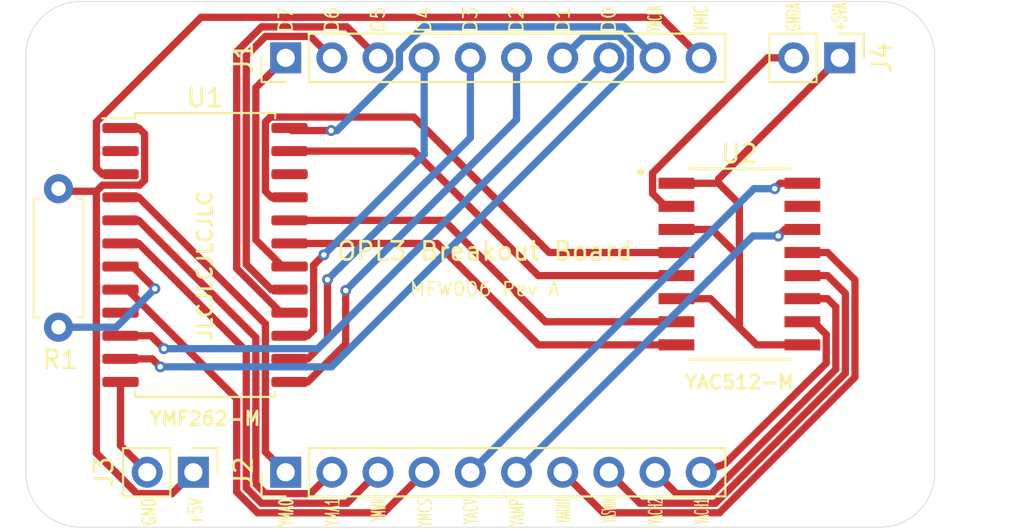
<source format=kicad_pcb>
(kicad_pcb (version 20171130) (host pcbnew "(5.1.7-0-10_14)")

  (general
    (thickness 1.6002)
    (drawings 36)
    (tracks 173)
    (zones 0)
    (modules 7)
    (nets 30)
  )

  (page USLetter)
  (title_block
    (rev 1)
  )

  (layers
    (0 Front signal)
    (1 In1.Cu signal)
    (2 In2.Cu signal)
    (31 Back signal)
    (34 B.Paste user)
    (35 F.Paste user)
    (36 B.SilkS user)
    (37 F.SilkS user)
    (38 B.Mask user)
    (39 F.Mask user)
    (44 Edge.Cuts user)
    (45 Margin user)
    (46 B.CrtYd user)
    (47 F.CrtYd user)
    (49 F.Fab user)
  )

  (setup
    (last_trace_width 0.4)
    (user_trace_width 0.15)
    (user_trace_width 0.2)
    (user_trace_width 0.4)
    (user_trace_width 0.6)
    (trace_clearance 0.127)
    (zone_clearance 0.508)
    (zone_45_only no)
    (trace_min 0.127)
    (via_size 0.6)
    (via_drill 0.3)
    (via_min_size 0.6)
    (via_min_drill 0.3)
    (user_via 0.6 0.3)
    (user_via 0.9 0.4)
    (uvia_size 0.6858)
    (uvia_drill 0.3302)
    (uvias_allowed no)
    (uvia_min_size 0)
    (uvia_min_drill 0)
    (edge_width 0.0381)
    (segment_width 0.254)
    (pcb_text_width 0.3048)
    (pcb_text_size 1.524 1.524)
    (mod_edge_width 0.1524)
    (mod_text_size 0.8128 0.8128)
    (mod_text_width 0.1524)
    (pad_size 1.524 1.524)
    (pad_drill 0.762)
    (pad_to_mask_clearance 0)
    (solder_mask_min_width 0.12)
    (aux_axis_origin 0 0)
    (visible_elements FFFFFF7F)
    (pcbplotparams
      (layerselection 0x010fc_ffffffff)
      (usegerberextensions false)
      (usegerberattributes false)
      (usegerberadvancedattributes false)
      (creategerberjobfile false)
      (excludeedgelayer true)
      (linewidth 0.152400)
      (plotframeref false)
      (viasonmask false)
      (mode 1)
      (useauxorigin false)
      (hpglpennumber 1)
      (hpglpenspeed 20)
      (hpglpendiameter 15.000000)
      (psnegative false)
      (psa4output false)
      (plotreference true)
      (plotvalue false)
      (plotinvisibletext false)
      (padsonsilk false)
      (subtractmaskfromsilk true)
      (outputformat 1)
      (mirror false)
      (drillshape 0)
      (scaleselection 1)
      (outputdirectory "./gerbers"))
  )

  (net 0 "")
  (net 1 "Net-(U1-Pad23)")
  (net 2 "Net-(U1-Pad21)")
  (net 3 "Net-(U1-Pad20)")
  (net 4 "Net-(U1-Pad19)")
  (net 5 /YM_CLK)
  (net 6 /D7)
  (net 7 /D6)
  (net 8 /D5)
  (net 9 /D4)
  (net 10 /D3)
  (net 11 /D2)
  (net 12 GND)
  (net 13 /D1)
  (net 14 /D0)
  (net 15 /YM_CS)
  (net 16 "Net-(R1-Pad2)")
  (net 17 /YM_WR)
  (net 18 /YM_A1)
  (net 19 /YM_A0)
  (net 20 /YM_IC)
  (net 21 +5V)
  (net 22 /YA_CV)
  (net 23 /YA_MP)
  (net 24 /YA_AOUT)
  (net 25 /YA_SWIN)
  (net 26 /YA_CH2)
  (net 27 /YA_CH1)
  (net 28 +5VA)
  (net 29 GNDA)

  (net_class Default "This is the default net class."
    (clearance 0.127)
    (trace_width 0.127)
    (via_dia 0.6)
    (via_drill 0.3)
    (uvia_dia 0.6858)
    (uvia_drill 0.3302)
    (diff_pair_width 0.1524)
    (diff_pair_gap 0.254)
    (add_net +5V)
    (add_net +5VA)
    (add_net /D0)
    (add_net /D1)
    (add_net /D2)
    (add_net /D3)
    (add_net /D4)
    (add_net /D5)
    (add_net /D6)
    (add_net /D7)
    (add_net /YA_AOUT)
    (add_net /YA_CH1)
    (add_net /YA_CH2)
    (add_net /YA_CV)
    (add_net /YA_MP)
    (add_net /YA_SWIN)
    (add_net /YM_A0)
    (add_net /YM_A1)
    (add_net /YM_CLK)
    (add_net /YM_CS)
    (add_net /YM_IC)
    (add_net /YM_WR)
    (add_net GND)
    (add_net GNDA)
    (add_net "Net-(R1-Pad2)")
    (add_net "Net-(U1-Pad19)")
    (add_net "Net-(U1-Pad2)")
    (add_net "Net-(U1-Pad20)")
    (add_net "Net-(U1-Pad21)")
    (add_net "Net-(U1-Pad22)")
    (add_net "Net-(U1-Pad23)")
    (add_net "Net-(U1-Pad9)")
    (add_net "Net-(U2-Pad15)")
  )

  (module Resistor_THT:R_Axial_DIN0207_L6.3mm_D2.5mm_P7.62mm_Horizontal (layer Front) (tedit 5AE5139B) (tstamp 5FE257B1)
    (at 132.8 93.6 270)
    (descr "Resistor, Axial_DIN0207 series, Axial, Horizontal, pin pitch=7.62mm, 0.25W = 1/4W, length*diameter=6.3*2.5mm^2, http://cdn-reichelt.de/documents/datenblatt/B400/1_4W%23YAG.pdf")
    (tags "Resistor Axial_DIN0207 series Axial Horizontal pin pitch 7.62mm 0.25W = 1/4W length 6.3mm diameter 2.5mm")
    (path /5FE78DAD)
    (fp_text reference R1 (at 9.4 -0.1 180) (layer F.SilkS)
      (effects (font (size 1 1) (thickness 0.15)))
    )
    (fp_text value 10K (at 3.81 2.37 90) (layer F.Fab)
      (effects (font (size 1 1) (thickness 0.15)))
    )
    (fp_text user %R (at 3.81 0 90) (layer F.Fab)
      (effects (font (size 1 1) (thickness 0.15)))
    )
    (fp_line (start 0.66 -1.25) (end 0.66 1.25) (layer F.Fab) (width 0.1))
    (fp_line (start 0.66 1.25) (end 6.96 1.25) (layer F.Fab) (width 0.1))
    (fp_line (start 6.96 1.25) (end 6.96 -1.25) (layer F.Fab) (width 0.1))
    (fp_line (start 6.96 -1.25) (end 0.66 -1.25) (layer F.Fab) (width 0.1))
    (fp_line (start 0 0) (end 0.66 0) (layer F.Fab) (width 0.1))
    (fp_line (start 7.62 0) (end 6.96 0) (layer F.Fab) (width 0.1))
    (fp_line (start 0.54 -1.04) (end 0.54 -1.37) (layer F.SilkS) (width 0.12))
    (fp_line (start 0.54 -1.37) (end 7.08 -1.37) (layer F.SilkS) (width 0.12))
    (fp_line (start 7.08 -1.37) (end 7.08 -1.04) (layer F.SilkS) (width 0.12))
    (fp_line (start 0.54 1.04) (end 0.54 1.37) (layer F.SilkS) (width 0.12))
    (fp_line (start 0.54 1.37) (end 7.08 1.37) (layer F.SilkS) (width 0.12))
    (fp_line (start 7.08 1.37) (end 7.08 1.04) (layer F.SilkS) (width 0.12))
    (fp_line (start -1.05 -1.5) (end -1.05 1.5) (layer F.CrtYd) (width 0.05))
    (fp_line (start -1.05 1.5) (end 8.67 1.5) (layer F.CrtYd) (width 0.05))
    (fp_line (start 8.67 1.5) (end 8.67 -1.5) (layer F.CrtYd) (width 0.05))
    (fp_line (start 8.67 -1.5) (end -1.05 -1.5) (layer F.CrtYd) (width 0.05))
    (pad 2 thru_hole oval (at 7.62 0 270) (size 1.6 1.6) (drill 0.8) (layers *.Cu *.Mask)
      (net 16 "Net-(R1-Pad2)"))
    (pad 1 thru_hole circle (at 0 0 270) (size 1.6 1.6) (drill 0.8) (layers *.Cu *.Mask)
      (net 21 +5V))
    (model ${KISYS3DMOD}/Resistor_THT.3dshapes/R_Axial_DIN0207_L6.3mm_D2.5mm_P7.62mm_Horizontal.wrl
      (at (xyz 0 0 0))
      (scale (xyz 1 1 1))
      (rotate (xyz 0 0 0))
    )
  )

  (module Connector_PinHeader_2.54mm:PinHeader_1x02_P2.54mm_Vertical (layer Front) (tedit 59FED5CC) (tstamp 5FE24A6F)
    (at 175.78 86.4 270)
    (descr "Through hole straight pin header, 1x02, 2.54mm pitch, single row")
    (tags "Through hole pin header THT 1x02 2.54mm single row")
    (path /5FF15C58)
    (fp_text reference J4 (at 0 -2.33 90) (layer F.SilkS)
      (effects (font (size 1 1) (thickness 0.15)))
    )
    (fp_text value Conn_01x02 (at 0 4.87 90) (layer F.Fab) hide
      (effects (font (size 1 1) (thickness 0.15)))
    )
    (fp_text user %R (at 0 1.27) (layer F.Fab)
      (effects (font (size 1 1) (thickness 0.15)))
    )
    (fp_line (start -0.635 -1.27) (end 1.27 -1.27) (layer F.Fab) (width 0.1))
    (fp_line (start 1.27 -1.27) (end 1.27 3.81) (layer F.Fab) (width 0.1))
    (fp_line (start 1.27 3.81) (end -1.27 3.81) (layer F.Fab) (width 0.1))
    (fp_line (start -1.27 3.81) (end -1.27 -0.635) (layer F.Fab) (width 0.1))
    (fp_line (start -1.27 -0.635) (end -0.635 -1.27) (layer F.Fab) (width 0.1))
    (fp_line (start -1.33 3.87) (end 1.33 3.87) (layer F.SilkS) (width 0.12))
    (fp_line (start -1.33 1.27) (end -1.33 3.87) (layer F.SilkS) (width 0.12))
    (fp_line (start 1.33 1.27) (end 1.33 3.87) (layer F.SilkS) (width 0.12))
    (fp_line (start -1.33 1.27) (end 1.33 1.27) (layer F.SilkS) (width 0.12))
    (fp_line (start -1.33 0) (end -1.33 -1.33) (layer F.SilkS) (width 0.12))
    (fp_line (start -1.33 -1.33) (end 0 -1.33) (layer F.SilkS) (width 0.12))
    (fp_line (start -1.8 -1.8) (end -1.8 4.35) (layer F.CrtYd) (width 0.05))
    (fp_line (start -1.8 4.35) (end 1.8 4.35) (layer F.CrtYd) (width 0.05))
    (fp_line (start 1.8 4.35) (end 1.8 -1.8) (layer F.CrtYd) (width 0.05))
    (fp_line (start 1.8 -1.8) (end -1.8 -1.8) (layer F.CrtYd) (width 0.05))
    (pad 2 thru_hole oval (at 0 2.54 270) (size 1.7 1.7) (drill 1) (layers *.Cu *.Mask)
      (net 29 GNDA))
    (pad 1 thru_hole rect (at 0 0 270) (size 1.7 1.7) (drill 1) (layers *.Cu *.Mask)
      (net 28 +5VA))
    (model ${KISYS3DMOD}/Connector_PinHeader_2.54mm.3dshapes/PinHeader_1x02_P2.54mm_Vertical.wrl
      (at (xyz 0 0 0))
      (scale (xyz 1 1 1))
      (rotate (xyz 0 0 0))
    )
  )

  (module Connector_PinHeader_2.54mm:PinHeader_1x02_P2.54mm_Vertical (layer Front) (tedit 59FED5CC) (tstamp 5FE24A59)
    (at 140.22 109.2 270)
    (descr "Through hole straight pin header, 1x02, 2.54mm pitch, single row")
    (tags "Through hole pin header THT 1x02 2.54mm single row")
    (path /5FF13875)
    (fp_text reference J3 (at 0 4.92 90) (layer F.SilkS)
      (effects (font (size 1 1) (thickness 0.15)))
    )
    (fp_text value Conn_01x02 (at 0 4.87 90) (layer F.Fab) hide
      (effects (font (size 1 1) (thickness 0.15)))
    )
    (fp_text user %R (at 0 1.27) (layer F.Fab)
      (effects (font (size 1 1) (thickness 0.15)))
    )
    (fp_line (start -0.635 -1.27) (end 1.27 -1.27) (layer F.Fab) (width 0.1))
    (fp_line (start 1.27 -1.27) (end 1.27 3.81) (layer F.Fab) (width 0.1))
    (fp_line (start 1.27 3.81) (end -1.27 3.81) (layer F.Fab) (width 0.1))
    (fp_line (start -1.27 3.81) (end -1.27 -0.635) (layer F.Fab) (width 0.1))
    (fp_line (start -1.27 -0.635) (end -0.635 -1.27) (layer F.Fab) (width 0.1))
    (fp_line (start -1.33 3.87) (end 1.33 3.87) (layer F.SilkS) (width 0.12))
    (fp_line (start -1.33 1.27) (end -1.33 3.87) (layer F.SilkS) (width 0.12))
    (fp_line (start 1.33 1.27) (end 1.33 3.87) (layer F.SilkS) (width 0.12))
    (fp_line (start -1.33 1.27) (end 1.33 1.27) (layer F.SilkS) (width 0.12))
    (fp_line (start -1.33 0) (end -1.33 -1.33) (layer F.SilkS) (width 0.12))
    (fp_line (start -1.33 -1.33) (end 0 -1.33) (layer F.SilkS) (width 0.12))
    (fp_line (start -1.8 -1.8) (end -1.8 4.35) (layer F.CrtYd) (width 0.05))
    (fp_line (start -1.8 4.35) (end 1.8 4.35) (layer F.CrtYd) (width 0.05))
    (fp_line (start 1.8 4.35) (end 1.8 -1.8) (layer F.CrtYd) (width 0.05))
    (fp_line (start 1.8 -1.8) (end -1.8 -1.8) (layer F.CrtYd) (width 0.05))
    (pad 2 thru_hole oval (at 0 2.54 270) (size 1.7 1.7) (drill 1) (layers *.Cu *.Mask)
      (net 12 GND))
    (pad 1 thru_hole rect (at 0 0 270) (size 1.7 1.7) (drill 1) (layers *.Cu *.Mask)
      (net 21 +5V))
    (model ${KISYS3DMOD}/Connector_PinHeader_2.54mm.3dshapes/PinHeader_1x02_P2.54mm_Vertical.wrl
      (at (xyz 0 0 0))
      (scale (xyz 1 1 1))
      (rotate (xyz 0 0 0))
    )
  )

  (module Connector_PinHeader_2.54mm:PinHeader_1x10_P2.54mm_Vertical (layer Front) (tedit 59FED5CC) (tstamp 5FE22DFE)
    (at 145.3 109.2 90)
    (descr "Through hole straight pin header, 1x10, 2.54mm pitch, single row")
    (tags "Through hole pin header THT 1x10 2.54mm single row")
    (path /5FEA7935)
    (fp_text reference J2 (at 0 -2.33 90) (layer F.SilkS)
      (effects (font (size 1 1) (thickness 0.15)))
    )
    (fp_text value Conn_01x10 (at 0 25.19 90) (layer F.Fab) hide
      (effects (font (size 1 1) (thickness 0.15)))
    )
    (fp_text user %R (at 0 11.43) (layer F.Fab)
      (effects (font (size 1 1) (thickness 0.15)))
    )
    (fp_line (start -0.635 -1.27) (end 1.27 -1.27) (layer F.Fab) (width 0.1))
    (fp_line (start 1.27 -1.27) (end 1.27 24.13) (layer F.Fab) (width 0.1))
    (fp_line (start 1.27 24.13) (end -1.27 24.13) (layer F.Fab) (width 0.1))
    (fp_line (start -1.27 24.13) (end -1.27 -0.635) (layer F.Fab) (width 0.1))
    (fp_line (start -1.27 -0.635) (end -0.635 -1.27) (layer F.Fab) (width 0.1))
    (fp_line (start -1.33 24.19) (end 1.33 24.19) (layer F.SilkS) (width 0.12))
    (fp_line (start -1.33 1.27) (end -1.33 24.19) (layer F.SilkS) (width 0.12))
    (fp_line (start 1.33 1.27) (end 1.33 24.19) (layer F.SilkS) (width 0.12))
    (fp_line (start -1.33 1.27) (end 1.33 1.27) (layer F.SilkS) (width 0.12))
    (fp_line (start -1.33 0) (end -1.33 -1.33) (layer F.SilkS) (width 0.12))
    (fp_line (start -1.33 -1.33) (end 0 -1.33) (layer F.SilkS) (width 0.12))
    (fp_line (start -1.8 -1.8) (end -1.8 24.65) (layer F.CrtYd) (width 0.05))
    (fp_line (start -1.8 24.65) (end 1.8 24.65) (layer F.CrtYd) (width 0.05))
    (fp_line (start 1.8 24.65) (end 1.8 -1.8) (layer F.CrtYd) (width 0.05))
    (fp_line (start 1.8 -1.8) (end -1.8 -1.8) (layer F.CrtYd) (width 0.05))
    (pad 10 thru_hole oval (at 0 22.86 90) (size 1.7 1.7) (drill 1) (layers *.Cu *.Mask)
      (net 27 /YA_CH1))
    (pad 9 thru_hole oval (at 0 20.32 90) (size 1.7 1.7) (drill 1) (layers *.Cu *.Mask)
      (net 26 /YA_CH2))
    (pad 8 thru_hole oval (at 0 17.78 90) (size 1.7 1.7) (drill 1) (layers *.Cu *.Mask)
      (net 25 /YA_SWIN))
    (pad 7 thru_hole oval (at 0 15.24 90) (size 1.7 1.7) (drill 1) (layers *.Cu *.Mask)
      (net 24 /YA_AOUT))
    (pad 6 thru_hole oval (at 0 12.7 90) (size 1.7 1.7) (drill 1) (layers *.Cu *.Mask)
      (net 23 /YA_MP))
    (pad 5 thru_hole oval (at 0 10.16 90) (size 1.7 1.7) (drill 1) (layers *.Cu *.Mask)
      (net 22 /YA_CV))
    (pad 4 thru_hole oval (at 0 7.62 90) (size 1.7 1.7) (drill 1) (layers *.Cu *.Mask)
      (net 15 /YM_CS))
    (pad 3 thru_hole oval (at 0 5.08 90) (size 1.7 1.7) (drill 1) (layers *.Cu *.Mask)
      (net 17 /YM_WR))
    (pad 2 thru_hole oval (at 0 2.54 90) (size 1.7 1.7) (drill 1) (layers *.Cu *.Mask)
      (net 18 /YM_A1))
    (pad 1 thru_hole rect (at 0 0 90) (size 1.7 1.7) (drill 1) (layers *.Cu *.Mask)
      (net 19 /YM_A0))
    (model ${KISYS3DMOD}/Connector_PinHeader_2.54mm.3dshapes/PinHeader_1x10_P2.54mm_Vertical.wrl
      (at (xyz 0 0 0))
      (scale (xyz 1 1 1))
      (rotate (xyz 0 0 0))
    )
  )

  (module Connector_PinHeader_2.54mm:PinHeader_1x10_P2.54mm_Vertical (layer Front) (tedit 59FED5CC) (tstamp 5FE22F48)
    (at 145.3 86.4 90)
    (descr "Through hole straight pin header, 1x10, 2.54mm pitch, single row")
    (tags "Through hole pin header THT 1x10 2.54mm single row")
    (path /5FEA4B08)
    (fp_text reference J1 (at 0 -2.33 90) (layer F.SilkS)
      (effects (font (size 1 1) (thickness 0.15)))
    )
    (fp_text value Conn_01x10 (at 0 25.19 90) (layer F.Fab) hide
      (effects (font (size 1 1) (thickness 0.15)))
    )
    (fp_text user %R (at 0 11.43) (layer F.Fab)
      (effects (font (size 1 1) (thickness 0.15)))
    )
    (fp_line (start -0.635 -1.27) (end 1.27 -1.27) (layer F.Fab) (width 0.1))
    (fp_line (start 1.27 -1.27) (end 1.27 24.13) (layer F.Fab) (width 0.1))
    (fp_line (start 1.27 24.13) (end -1.27 24.13) (layer F.Fab) (width 0.1))
    (fp_line (start -1.27 24.13) (end -1.27 -0.635) (layer F.Fab) (width 0.1))
    (fp_line (start -1.27 -0.635) (end -0.635 -1.27) (layer F.Fab) (width 0.1))
    (fp_line (start -1.33 24.19) (end 1.33 24.19) (layer F.SilkS) (width 0.12))
    (fp_line (start -1.33 1.27) (end -1.33 24.19) (layer F.SilkS) (width 0.12))
    (fp_line (start 1.33 1.27) (end 1.33 24.19) (layer F.SilkS) (width 0.12))
    (fp_line (start -1.33 1.27) (end 1.33 1.27) (layer F.SilkS) (width 0.12))
    (fp_line (start -1.33 0) (end -1.33 -1.33) (layer F.SilkS) (width 0.12))
    (fp_line (start -1.33 -1.33) (end 0 -1.33) (layer F.SilkS) (width 0.12))
    (fp_line (start -1.8 -1.8) (end -1.8 24.65) (layer F.CrtYd) (width 0.05))
    (fp_line (start -1.8 24.65) (end 1.8 24.65) (layer F.CrtYd) (width 0.05))
    (fp_line (start 1.8 24.65) (end 1.8 -1.8) (layer F.CrtYd) (width 0.05))
    (fp_line (start 1.8 -1.8) (end -1.8 -1.8) (layer F.CrtYd) (width 0.05))
    (pad 10 thru_hole oval (at 0 22.86 90) (size 1.7 1.7) (drill 1) (layers *.Cu *.Mask)
      (net 20 /YM_IC))
    (pad 9 thru_hole oval (at 0 20.32 90) (size 1.7 1.7) (drill 1) (layers *.Cu *.Mask)
      (net 5 /YM_CLK))
    (pad 8 thru_hole oval (at 0 17.78 90) (size 1.7 1.7) (drill 1) (layers *.Cu *.Mask)
      (net 14 /D0))
    (pad 7 thru_hole oval (at 0 15.24 90) (size 1.7 1.7) (drill 1) (layers *.Cu *.Mask)
      (net 13 /D1))
    (pad 6 thru_hole oval (at 0 12.7 90) (size 1.7 1.7) (drill 1) (layers *.Cu *.Mask)
      (net 11 /D2))
    (pad 5 thru_hole oval (at 0 10.16 90) (size 1.7 1.7) (drill 1) (layers *.Cu *.Mask)
      (net 10 /D3))
    (pad 4 thru_hole oval (at 0 7.62 90) (size 1.7 1.7) (drill 1) (layers *.Cu *.Mask)
      (net 9 /D4))
    (pad 3 thru_hole oval (at 0 5.08 90) (size 1.7 1.7) (drill 1) (layers *.Cu *.Mask)
      (net 8 /D5))
    (pad 2 thru_hole oval (at 0 2.54 90) (size 1.7 1.7) (drill 1) (layers *.Cu *.Mask)
      (net 7 /D6))
    (pad 1 thru_hole rect (at 0 0 90) (size 1.7 1.7) (drill 1) (layers *.Cu *.Mask)
      (net 6 /D7))
    (model ${KISYS3DMOD}/Connector_PinHeader_2.54mm.3dshapes/PinHeader_1x10_P2.54mm_Vertical.wrl
      (at (xyz 0 0 0))
      (scale (xyz 1 1 1))
      (rotate (xyz 0 0 0))
    )
  )

  (module OPL3:SOP127P780X200-16N (layer Front) (tedit 5FE1B717) (tstamp 5FE2176C)
    (at 170.262 97.746)
    (path /5FE3D104)
    (fp_text reference U2 (at 0 -6.062) (layer F.SilkS)
      (effects (font (size 1 1) (thickness 0.15)))
    )
    (fp_text value YAC512-M (at 0 6.5) (layer F.SilkS)
      (effects (font (size 0.75 0.75) (thickness 0.15)))
    )
    (fp_circle (center -5.435 -5.055) (end -5.335 -5.055) (layer F.SilkS) (width 0.2))
    (fp_circle (center -5.435 -5.055) (end -5.335 -5.055) (layer F.Fab) (width 0.2))
    (fp_line (start -2.8 -5.25) (end 2.8 -5.25) (layer F.Fab) (width 0.127))
    (fp_line (start -2.8 5.25) (end 2.8 5.25) (layer F.Fab) (width 0.127))
    (fp_line (start -2.8 -5.25) (end 2.8 -5.25) (layer F.SilkS) (width 0.127))
    (fp_line (start -2.8 5.25) (end 2.8 5.25) (layer F.SilkS) (width 0.127))
    (fp_line (start -2.8 -5.25) (end -2.8 5.25) (layer F.Fab) (width 0.127))
    (fp_line (start 2.8 -5.25) (end 2.8 5.25) (layer F.Fab) (width 0.127))
    (fp_line (start -4.7 -5.5) (end 4.7 -5.5) (layer F.CrtYd) (width 0.05))
    (fp_line (start -4.7 5.5) (end 4.7 5.5) (layer F.CrtYd) (width 0.05))
    (fp_line (start -4.7 -5.5) (end -4.7 5.5) (layer F.CrtYd) (width 0.05))
    (fp_line (start 4.7 -5.5) (end 4.7 5.5) (layer F.CrtYd) (width 0.05))
    (pad 16 smd rect (at 3.465 -4.445) (size 1.97 0.61) (layers Front F.Paste F.Mask)
      (net 22 /YA_CV))
    (pad 15 smd rect (at 3.465 -3.175) (size 1.97 0.61) (layers Front F.Paste F.Mask))
    (pad 14 smd rect (at 3.465 -1.905) (size 1.97 0.61) (layers Front F.Paste F.Mask)
      (net 23 /YA_MP))
    (pad 13 smd rect (at 3.465 -0.635) (size 1.97 0.61) (layers Front F.Paste F.Mask)
      (net 24 /YA_AOUT))
    (pad 12 smd rect (at 3.465 0.635) (size 1.97 0.61) (layers Front F.Paste F.Mask)
      (net 25 /YA_SWIN))
    (pad 11 smd rect (at 3.465 1.905) (size 1.97 0.61) (layers Front F.Paste F.Mask)
      (net 26 /YA_CH2))
    (pad 10 smd rect (at 3.465 3.175) (size 1.97 0.61) (layers Front F.Paste F.Mask)
      (net 27 /YA_CH1))
    (pad 9 smd rect (at 3.465 4.445) (size 1.97 0.61) (layers Front F.Paste F.Mask)
      (net 28 +5VA))
    (pad 8 smd rect (at -3.465 4.445) (size 1.97 0.61) (layers Front F.Paste F.Mask)
      (net 4 "Net-(U1-Pad19)"))
    (pad 7 smd rect (at -3.465 3.175) (size 1.97 0.61) (layers Front F.Paste F.Mask)
      (net 3 "Net-(U1-Pad20)"))
    (pad 6 smd rect (at -3.465 1.905) (size 1.97 0.61) (layers Front F.Paste F.Mask)
      (net 28 +5VA))
    (pad 5 smd rect (at -3.465 0.635) (size 1.97 0.61) (layers Front F.Paste F.Mask)
      (net 1 "Net-(U1-Pad23)"))
    (pad 4 smd rect (at -3.465 -0.635) (size 1.97 0.61) (layers Front F.Paste F.Mask)
      (net 2 "Net-(U1-Pad21)"))
    (pad 3 smd rect (at -3.465 -1.905) (size 1.97 0.61) (layers Front F.Paste F.Mask)
      (net 28 +5VA))
    (pad 2 smd rect (at -3.465 -3.175) (size 1.97 0.61) (layers Front F.Paste F.Mask)
      (net 29 GNDA))
    (pad 1 smd rect (at -3.465 -4.445) (size 1.97 0.61) (layers Front F.Paste F.Mask)
      (net 28 +5VA))
  )

  (module Package_SO:SOP-24_7.5x15.4mm_P1.27mm (layer Front) (tedit 5D9F72B1) (tstamp 5FE216BF)
    (at 140.862 97.246)
    (descr "SOP, 24 Pin (http://www.issi.com/WW/pdf/31FL3218.pdf#page=14), generated with kicad-footprint-generator ipc_gullwing_generator.py")
    (tags "SOP SO")
    (path /5FE3EC8F)
    (attr smd)
    (fp_text reference U1 (at 0 -8.65) (layer F.SilkS)
      (effects (font (size 1 1) (thickness 0.15)))
    )
    (fp_text value YMF262-M (at 0 9) (layer F.SilkS)
      (effects (font (size 0.75 0.75) (thickness 0.15)))
    )
    (fp_text user %R (at 0 0) (layer F.Fab)
      (effects (font (size 1 1) (thickness 0.15)))
    )
    (fp_line (start 0 7.81) (end 3.86 7.81) (layer F.SilkS) (width 0.12))
    (fp_line (start 3.86 7.81) (end 3.86 7.52) (layer F.SilkS) (width 0.12))
    (fp_line (start 0 7.81) (end -3.86 7.81) (layer F.SilkS) (width 0.12))
    (fp_line (start -3.86 7.81) (end -3.86 7.52) (layer F.SilkS) (width 0.12))
    (fp_line (start 0 -7.81) (end 3.86 -7.81) (layer F.SilkS) (width 0.12))
    (fp_line (start 3.86 -7.81) (end 3.86 -7.52) (layer F.SilkS) (width 0.12))
    (fp_line (start 0 -7.81) (end -3.86 -7.81) (layer F.SilkS) (width 0.12))
    (fp_line (start -3.86 -7.81) (end -3.86 -7.52) (layer F.SilkS) (width 0.12))
    (fp_line (start -3.86 -7.52) (end -5.65 -7.52) (layer F.SilkS) (width 0.12))
    (fp_line (start -2.75 -7.7) (end 3.75 -7.7) (layer F.Fab) (width 0.1))
    (fp_line (start 3.75 -7.7) (end 3.75 7.7) (layer F.Fab) (width 0.1))
    (fp_line (start 3.75 7.7) (end -3.75 7.7) (layer F.Fab) (width 0.1))
    (fp_line (start -3.75 7.7) (end -3.75 -6.7) (layer F.Fab) (width 0.1))
    (fp_line (start -3.75 -6.7) (end -2.75 -7.7) (layer F.Fab) (width 0.1))
    (fp_line (start -5.9 -7.95) (end -5.9 7.95) (layer F.CrtYd) (width 0.05))
    (fp_line (start -5.9 7.95) (end 5.9 7.95) (layer F.CrtYd) (width 0.05))
    (fp_line (start 5.9 7.95) (end 5.9 -7.95) (layer F.CrtYd) (width 0.05))
    (fp_line (start 5.9 -7.95) (end -5.9 -7.95) (layer F.CrtYd) (width 0.05))
    (pad 24 smd roundrect (at 4.65 -6.985) (size 2 0.55) (layers Front F.Paste F.Mask) (roundrect_rratio 0.25)
      (net 5 /YM_CLK))
    (pad 23 smd roundrect (at 4.65 -5.715) (size 2 0.55) (layers Front F.Paste F.Mask) (roundrect_rratio 0.25)
      (net 1 "Net-(U1-Pad23)"))
    (pad 22 smd roundrect (at 4.65 -4.445) (size 2 0.55) (layers Front F.Paste F.Mask) (roundrect_rratio 0.25))
    (pad 21 smd roundrect (at 4.65 -3.175) (size 2 0.55) (layers Front F.Paste F.Mask) (roundrect_rratio 0.25)
      (net 2 "Net-(U1-Pad21)"))
    (pad 20 smd roundrect (at 4.65 -1.905) (size 2 0.55) (layers Front F.Paste F.Mask) (roundrect_rratio 0.25)
      (net 3 "Net-(U1-Pad20)"))
    (pad 19 smd roundrect (at 4.65 -0.635) (size 2 0.55) (layers Front F.Paste F.Mask) (roundrect_rratio 0.25)
      (net 4 "Net-(U1-Pad19)"))
    (pad 18 smd roundrect (at 4.65 0.635) (size 2 0.55) (layers Front F.Paste F.Mask) (roundrect_rratio 0.25)
      (net 6 /D7))
    (pad 17 smd roundrect (at 4.65 1.905) (size 2 0.55) (layers Front F.Paste F.Mask) (roundrect_rratio 0.25)
      (net 7 /D6))
    (pad 16 smd roundrect (at 4.65 3.175) (size 2 0.55) (layers Front F.Paste F.Mask) (roundrect_rratio 0.25)
      (net 8 /D5))
    (pad 15 smd roundrect (at 4.65 4.445) (size 2 0.55) (layers Front F.Paste F.Mask) (roundrect_rratio 0.25)
      (net 9 /D4))
    (pad 14 smd roundrect (at 4.65 5.715) (size 2 0.55) (layers Front F.Paste F.Mask) (roundrect_rratio 0.25)
      (net 10 /D3))
    (pad 13 smd roundrect (at 4.65 6.985) (size 2 0.55) (layers Front F.Paste F.Mask) (roundrect_rratio 0.25)
      (net 11 /D2))
    (pad 12 smd roundrect (at -4.65 6.985) (size 2 0.55) (layers Front F.Paste F.Mask) (roundrect_rratio 0.25)
      (net 12 GND))
    (pad 11 smd roundrect (at -4.65 5.715) (size 2 0.55) (layers Front F.Paste F.Mask) (roundrect_rratio 0.25)
      (net 13 /D1))
    (pad 10 smd roundrect (at -4.65 4.445) (size 2 0.55) (layers Front F.Paste F.Mask) (roundrect_rratio 0.25)
      (net 14 /D0))
    (pad 9 smd roundrect (at -4.65 3.175) (size 2 0.55) (layers Front F.Paste F.Mask) (roundrect_rratio 0.25))
    (pad 8 smd roundrect (at -4.65 1.905) (size 2 0.55) (layers Front F.Paste F.Mask) (roundrect_rratio 0.25)
      (net 15 /YM_CS))
    (pad 7 smd roundrect (at -4.65 0.635) (size 2 0.55) (layers Front F.Paste F.Mask) (roundrect_rratio 0.25)
      (net 16 "Net-(R1-Pad2)"))
    (pad 6 smd roundrect (at -4.65 -0.635) (size 2 0.55) (layers Front F.Paste F.Mask) (roundrect_rratio 0.25)
      (net 17 /YM_WR))
    (pad 5 smd roundrect (at -4.65 -1.905) (size 2 0.55) (layers Front F.Paste F.Mask) (roundrect_rratio 0.25)
      (net 18 /YM_A1))
    (pad 4 smd roundrect (at -4.65 -3.175) (size 2 0.55) (layers Front F.Paste F.Mask) (roundrect_rratio 0.25)
      (net 19 /YM_A0))
    (pad 3 smd roundrect (at -4.65 -4.445) (size 2 0.55) (layers Front F.Paste F.Mask) (roundrect_rratio 0.25)
      (net 20 /YM_IC))
    (pad 2 smd roundrect (at -4.65 -5.715) (size 2 0.55) (layers Front F.Paste F.Mask) (roundrect_rratio 0.25))
    (pad 1 smd roundrect (at -4.65 -6.985) (size 2 0.55) (layers Front F.Paste F.Mask) (roundrect_rratio 0.25)
      (net 21 +5V))
    (model ${KISYS3DMOD}/Package_SO.3dshapes/SOP-24_7.5x15.4mm_P1.27mm.wrl
      (at (xyz 0 0 0))
      (scale (xyz 1 1 1))
      (rotate (xyz 0 0 0))
    )
  )

  (gr_text GND (at 137.8 112.2 90) (layer F.SilkS) (tstamp 5FE25376)
    (effects (font (size 0.75 0.5) (thickness 0.1)) (justify left))
  )
  (gr_text +5V (at 140.34 112.2 90) (layer F.SilkS) (tstamp 5FE25375)
    (effects (font (size 0.75 0.5) (thickness 0.1)) (justify left))
  )
  (gr_text YAAOUT (at 160.58 110.6 90) (layer F.SilkS) (tstamp 5FE25217)
    (effects (font (size 0.75 0.25) (thickness 0.0625)) (justify right))
  )
  (gr_text YMCS (at 152.96 110.6 90) (layer F.SilkS) (tstamp 5FE251CA)
    (effects (font (size 0.75 0.4) (thickness 0.075)) (justify right))
  )
  (gr_text YASWIN (at 163.1 110.6 90) (layer F.SilkS) (tstamp 5FE251C9)
    (effects (font (size 0.75 0.25) (thickness 0.0625)) (justify right))
  )
  (gr_text YMA1 (at 147.88 110.6 90) (layer F.SilkS) (tstamp 5FE251C8)
    (effects (font (size 0.75 0.4) (thickness 0.075)) (justify right))
  )
  (gr_text YMA0 (at 145.34 110.6 90) (layer F.SilkS) (tstamp 5FE251C7)
    (effects (font (size 0.75 0.4) (thickness 0.1)) (justify right))
  )
  (gr_text YAMP (at 158.04 110.6 90) (layer F.SilkS) (tstamp 5FE251C6)
    (effects (font (size 0.75 0.4) (thickness 0.075)) (justify right))
  )
  (gr_text YACV (at 155.5 110.6 90) (layer F.SilkS) (tstamp 5FE251C5)
    (effects (font (size 0.75 0.4) (thickness 0.075)) (justify right))
  )
  (gr_text YACH1 (at 168.2 110.6 90) (layer F.SilkS) (tstamp 5FE251C4)
    (effects (font (size 0.75 0.3) (thickness 0.075)) (justify right))
  )
  (gr_text YACH2 (at 165.66 110.6 90) (layer F.SilkS) (tstamp 5FE251C3)
    (effects (font (size 0.75 0.3) (thickness 0.075)) (justify right))
  )
  (gr_text YMWR (at 150.42 110.6 90) (layer F.SilkS) (tstamp 5FE251C2)
    (effects (font (size 0.75 0.3) (thickness 0.075)) (justify right))
  )
  (gr_text +5VA (at 175.78 85 90) (layer F.SilkS) (tstamp 5FE25083)
    (effects (font (size 0.75 0.4) (thickness 0.1)) (justify left))
  )
  (gr_text GNDA (at 173.24 85 90) (layer F.SilkS) (tstamp 5FE2507A)
    (effects (font (size 0.75 0.4) (thickness 0.1)) (justify left))
  )
  (gr_text YMIC (at 168.16 85 90) (layer F.SilkS) (tstamp 5FE2504B)
    (effects (font (size 0.75 0.4) (thickness 0.1)) (justify left))
  )
  (gr_text YMCLK (at 165.62 85 90) (layer F.SilkS) (tstamp 5FE25044)
    (effects (font (size 0.75 0.3) (thickness 0.075)) (justify left))
  )
  (gr_text D0 (at 163.08 85.1 90) (layer F.SilkS) (tstamp 5FE2503F)
    (effects (font (size 0.75 0.75) (thickness 0.1)) (justify left))
  )
  (gr_text D1 (at 160.54 85.1 90) (layer F.SilkS) (tstamp 5FE2503B)
    (effects (font (size 0.75 0.75) (thickness 0.1)) (justify left))
  )
  (gr_text D2 (at 158 85.1 90) (layer F.SilkS) (tstamp 5FE25037)
    (effects (font (size 0.75 0.75) (thickness 0.1)) (justify left))
  )
  (gr_text D3 (at 155.46 85.1 90) (layer F.SilkS) (tstamp 5FE25031)
    (effects (font (size 0.75 0.75) (thickness 0.1)) (justify left))
  )
  (gr_text D4 (at 152.92 85.1 90) (layer F.SilkS) (tstamp 5FE2502D)
    (effects (font (size 0.75 0.75) (thickness 0.1)) (justify left))
  )
  (gr_text D5 (at 150.38 85.1 90) (layer F.SilkS) (tstamp 5FE25029)
    (effects (font (size 0.75 0.75) (thickness 0.1)) (justify left))
  )
  (gr_text D6 (at 147.84 85.1 90) (layer F.SilkS) (tstamp 5FE25016)
    (effects (font (size 0.75 0.75) (thickness 0.1)) (justify left))
  )
  (gr_text D7 (at 145.3 85.1 90) (layer F.SilkS)
    (effects (font (size 0.75 0.75) (thickness 0.1)) (justify left))
  )
  (dimension 22.86 (width 0.1524) (layer F.Fab)
    (gr_text "0.9000 in" (at 184.8716 97.79 270) (layer F.Fab)
      (effects (font (size 0.8128 0.8128) (thickness 0.1524)))
    )
    (feature1 (pts (xy 180.96 109.22) (xy 184.340421 109.22)))
    (feature2 (pts (xy 180.96 86.36) (xy 184.340421 86.36)))
    (crossbar (pts (xy 183.754 86.36) (xy 183.754 109.22)))
    (arrow1a (pts (xy 183.754 109.22) (xy 183.167579 108.093496)))
    (arrow1b (pts (xy 183.754 109.22) (xy 184.340421 108.093496)))
    (arrow2a (pts (xy 183.754 86.36) (xy 183.167579 87.486504)))
    (arrow2b (pts (xy 183.754 86.36) (xy 184.340421 87.486504)))
  )
  (gr_arc (start 134 109.222) (end 131 109.222) (angle -90) (layer Edge.Cuts) (width 0.0381) (tstamp 5FE220E9))
  (gr_arc (start 178 109.222) (end 178 112.222) (angle -90) (layer Edge.Cuts) (width 0.0381) (tstamp 5FE220E9))
  (gr_arc (start 178 86.302) (end 181 86.302) (angle -90) (layer Edge.Cuts) (width 0.0381) (tstamp 5FE220E9))
  (gr_arc (start 134 86.302) (end 134 83.302) (angle -90) (layer Edge.Cuts) (width 0.0381))
  (gr_text "MFW006 Rev A" (at 156.254 99.13) (layer F.SilkS) (tstamp 5FE221FC)
    (effects (font (size 0.75 0.75) (thickness 0.1)))
  )
  (gr_text "OPL3 Breakout Board" (at 156.254 97.04) (layer F.SilkS) (tstamp 5FE221F9)
    (effects (font (size 1 1) (thickness 0.15)))
  )
  (gr_text JLCJLCJLCJLC (at 140.862 97.846 90) (layer F.SilkS)
    (effects (font (size 0.8 0.8) (thickness 0.15)))
  )
  (gr_line (start 181 86.302) (end 181 109.222) (layer Edge.Cuts) (width 0.0381) (tstamp 5FE217D1))
  (gr_line (start 131 86.302) (end 131 109.222) (layer Edge.Cuts) (width 0.0381))
  (gr_line (start 134 112.222) (end 178 112.222) (layer Edge.Cuts) (width 0.0381) (tstamp 5FE217CC))
  (gr_line (start 134 83.302) (end 178 83.302) (layer Edge.Cuts) (width 0.0381))

  (segment (start 159.197 98.381) (end 152.347 91.531) (width 0.4) (layer Front) (net 1))
  (segment (start 166.797 98.381) (end 159.197 98.381) (width 0.4) (layer Front) (net 1))
  (segment (start 152.347 91.531) (end 145.512 91.531) (width 0.4) (layer Front) (net 1))
  (segment (start 152.34499 89.65899) (end 159.797 97.111) (width 0.4) (layer Front) (net 2))
  (segment (start 144.457092 89.65899) (end 152.34499 89.65899) (width 0.4) (layer Front) (net 2))
  (segment (start 144.18499 89.931092) (end 144.457092 89.65899) (width 0.4) (layer Front) (net 2))
  (segment (start 144.18499 93.74399) (end 144.18499 89.931092) (width 0.4) (layer Front) (net 2))
  (segment (start 144.512 94.071) (end 144.18499 93.74399) (width 0.4) (layer Front) (net 2))
  (segment (start 145.512 94.071) (end 144.512 94.071) (width 0.4) (layer Front) (net 2))
  (segment (start 159.797 97.111) (end 166.797 97.111) (width 0.4) (layer Front) (net 2))
  (segment (start 154.007 95.341) (end 159.587 100.921) (width 0.4) (layer Front) (net 3))
  (segment (start 145.512 95.341) (end 154.007 95.341) (width 0.4) (layer Front) (net 3))
  (segment (start 159.587 100.921) (end 166.797 100.921) (width 0.4) (layer Front) (net 3))
  (segment (start 159.207 102.191) (end 153.627 96.611) (width 0.4) (layer Front) (net 4))
  (segment (start 166.797 102.191) (end 159.207 102.191) (width 0.4) (layer Front) (net 4))
  (segment (start 153.627 96.611) (end 145.512 96.611) (width 0.4) (layer Front) (net 4))
  (segment (start 148.121962 90.4) (end 147.8 90.4) (width 0.4) (layer Back) (net 5))
  (segment (start 151.557001 86.964961) (end 148.121962 90.4) (width 0.4) (layer Back) (net 5))
  (via (at 147.8 90.4) (size 0.6) (drill 0.3) (layers Front Back) (net 5))
  (segment (start 151.557001 86.021037) (end 151.557001 86.964961) (width 0.4) (layer Back) (net 5))
  (segment (start 152.882049 84.695989) (end 151.557001 86.021037) (width 0.4) (layer Back) (net 5))
  (segment (start 163.915989 84.695989) (end 152.882049 84.695989) (width 0.4) (layer Back) (net 5))
  (segment (start 165.62 86.4) (end 163.915989 84.695989) (width 0.4) (layer Back) (net 5))
  (segment (start 145.651 90.4) (end 145.512 90.261) (width 0.4) (layer Front) (net 5))
  (segment (start 147.8 90.4) (end 145.651 90.4) (width 0.4) (layer Front) (net 5))
  (segment (start 145.125082 97.881) (end 145.512 97.881) (width 0.4) (layer Front) (net 6))
  (segment (start 143.65798 96.413898) (end 145.125082 97.881) (width 0.4) (layer Front) (net 6))
  (segment (start 143.65798 88.04202) (end 143.65798 96.413898) (width 0.4) (layer Front) (net 6))
  (segment (start 145.3 86.4) (end 143.65798 88.04202) (width 0.4) (layer Front) (net 6))
  (segment (start 143.130971 86.280427) (end 144.188399 85.222999) (width 0.4) (layer Front) (net 7))
  (segment (start 146.662999 85.222999) (end 147.84 86.4) (width 0.4) (layer Front) (net 7))
  (segment (start 144.188399 85.222999) (end 146.662999 85.222999) (width 0.4) (layer Front) (net 7))
  (segment (start 143.130971 97.769971) (end 143.130971 86.280427) (width 0.4) (layer Front) (net 7))
  (segment (start 144.512 99.151) (end 143.130971 97.769971) (width 0.4) (layer Front) (net 7))
  (segment (start 145.512 99.151) (end 144.512 99.151) (width 0.4) (layer Front) (net 7))
  (segment (start 145.036696 100.421) (end 145.512 100.421) (width 0.4) (layer Front) (net 8))
  (segment (start 142.603961 86.062133) (end 142.603962 97.988266) (width 0.4) (layer Front) (net 8))
  (segment (start 143.970104 84.69599) (end 142.603961 86.062133) (width 0.4) (layer Front) (net 8))
  (segment (start 142.603962 97.988266) (end 145.036696 100.421) (width 0.4) (layer Front) (net 8))
  (segment (start 148.67599 84.69599) (end 143.970104 84.69599) (width 0.4) (layer Front) (net 8))
  (segment (start 150.38 86.4) (end 148.67599 84.69599) (width 0.4) (layer Front) (net 8))
  (via (at 147.4 97.238) (size 0.6) (drill 0.3) (layers Front Back) (net 9))
  (segment (start 146.83901 101.36399) (end 146.83901 97.79899) (width 0.4) (layer Front) (net 9))
  (segment (start 146.83901 97.79899) (end 147.4 97.238) (width 0.4) (layer Front) (net 9))
  (segment (start 146.512 101.691) (end 146.83901 101.36399) (width 0.4) (layer Front) (net 9))
  (segment (start 145.512 101.691) (end 146.512 101.691) (width 0.4) (layer Front) (net 9))
  (segment (start 152.92 91.718) (end 152.92 86.4) (width 0.4) (layer Back) (net 9))
  (segment (start 147.4 97.238) (end 152.92 91.718) (width 0.4) (layer Back) (net 9))
  (segment (start 146.512 102.961) (end 147.6 101.873) (width 0.4) (layer Front) (net 10))
  (segment (start 145.512 102.961) (end 146.512 102.961) (width 0.4) (layer Front) (net 10))
  (via (at 147.6 98.6) (size 0.6) (drill 0.3) (layers Front Back) (net 10))
  (segment (start 147.6 101.873) (end 147.6 98.6) (width 0.4) (layer Front) (net 10))
  (segment (start 155.46 90.8) (end 155.46 86.4) (width 0.4) (layer Back) (net 10))
  (segment (start 147.6 98.6) (end 155.46 90.8) (width 0.4) (layer Back) (net 10))
  (segment (start 146.512 104.231) (end 145.512 104.231) (width 0.4) (layer Front) (net 11))
  (segment (start 148.6 102.143) (end 146.512 104.231) (width 0.4) (layer Front) (net 11))
  (segment (start 148.6 99.2) (end 148.6 102.143) (width 0.4) (layer Front) (net 11))
  (via (at 148.6 99.2) (size 0.6) (drill 0.3) (layers Front Back) (net 11))
  (segment (start 158 89.6) (end 158 86.4) (width 0.4) (layer Back) (net 11))
  (segment (start 158 89.8) (end 158 89.6) (width 0.4) (layer Back) (net 11))
  (segment (start 148.6 99.2) (end 158 89.8) (width 0.4) (layer Back) (net 11))
  (segment (start 136.212 107.732) (end 137.68 109.2) (width 0.4) (layer Front) (net 12))
  (segment (start 136.212 104.231) (end 136.212 107.732) (width 0.4) (layer Front) (net 12))
  (segment (start 137.961 102.961) (end 138.4 103.4) (width 0.4) (layer Front) (net 13))
  (via (at 138.4 103.4) (size 0.6) (drill 0.3) (layers Front Back) (net 13))
  (segment (start 136.212 102.961) (end 137.961 102.961) (width 0.4) (layer Front) (net 13))
  (segment (start 164.257001 85.835039) (end 163.644961 85.222999) (width 0.4) (layer Back) (net 13))
  (segment (start 161.717001 85.222999) (end 160.54 86.4) (width 0.4) (layer Back) (net 13))
  (segment (start 164.257001 86.964961) (end 164.257001 85.835039) (width 0.4) (layer Back) (net 13))
  (segment (start 163.644961 85.222999) (end 161.717001 85.222999) (width 0.4) (layer Back) (net 13))
  (segment (start 147.821962 103.4) (end 164.257001 86.964961) (width 0.4) (layer Back) (net 13))
  (segment (start 138.4 103.4) (end 147.821962 103.4) (width 0.4) (layer Back) (net 13))
  (via (at 138.6 102.4) (size 0.6) (drill 0.3) (layers Front Back) (net 14))
  (segment (start 137.891 101.691) (end 138.6 102.4) (width 0.4) (layer Front) (net 14))
  (segment (start 136.212 101.691) (end 137.891 101.691) (width 0.4) (layer Front) (net 14))
  (segment (start 147.08 102.4) (end 163.08 86.4) (width 0.4) (layer Back) (net 14))
  (segment (start 138.6 102.4) (end 147.08 102.4) (width 0.4) (layer Back) (net 14))
  (segment (start 143.751811 111.431021) (end 150.688979 111.431021) (width 0.4) (layer Front) (net 15))
  (segment (start 142.603962 110.283172) (end 143.751811 111.431021) (width 0.4) (layer Front) (net 15))
  (segment (start 150.688979 111.431021) (end 152.92 109.2) (width 0.4) (layer Front) (net 15))
  (segment (start 142.603962 105.156044) (end 142.603962 110.283172) (width 0.4) (layer Front) (net 15))
  (segment (start 136.598918 99.151) (end 142.603962 105.156044) (width 0.4) (layer Front) (net 15))
  (segment (start 136.212 99.151) (end 136.598918 99.151) (width 0.4) (layer Front) (net 15))
  (via (at 138.1 99.1) (size 0.6) (drill 0.3) (layers Front Back) (net 16))
  (segment (start 136.881 97.881) (end 138.1 99.1) (width 0.4) (layer Front) (net 16))
  (segment (start 136.212 97.881) (end 136.881 97.881) (width 0.4) (layer Front) (net 16))
  (segment (start 135.98 101.22) (end 132.8 101.22) (width 0.4) (layer Back) (net 16))
  (segment (start 138.1 99.1) (end 135.98 101.22) (width 0.4) (layer Back) (net 16))
  (segment (start 148.675989 110.904011) (end 150.38 109.2) (width 0.4) (layer Front) (net 17))
  (segment (start 143.970105 110.904011) (end 148.675989 110.904011) (width 0.4) (layer Front) (net 17))
  (segment (start 143.130971 110.064877) (end 143.970105 110.904011) (width 0.4) (layer Front) (net 17))
  (segment (start 143.13097 102.52997) (end 143.130971 110.064877) (width 0.4) (layer Front) (net 17))
  (segment (start 137.212 96.611) (end 143.13097 102.52997) (width 0.4) (layer Front) (net 17))
  (segment (start 136.212 96.611) (end 137.212 96.611) (width 0.4) (layer Front) (net 17))
  (segment (start 144.188399 110.377001) (end 146.662999 110.377001) (width 0.4) (layer Front) (net 18))
  (segment (start 146.662999 110.377001) (end 147.84 109.2) (width 0.4) (layer Front) (net 18))
  (segment (start 143.65798 109.846582) (end 144.188399 110.377001) (width 0.4) (layer Front) (net 18))
  (segment (start 143.65798 101.78698) (end 143.65798 109.846582) (width 0.4) (layer Front) (net 18))
  (segment (start 137.212 95.341) (end 143.65798 101.78698) (width 0.4) (layer Front) (net 18))
  (segment (start 136.212 95.341) (end 137.212 95.341) (width 0.4) (layer Front) (net 18))
  (segment (start 144.18499 108.08499) (end 145.3 109.2) (width 0.4) (layer Front) (net 19))
  (segment (start 144.18499 101.04399) (end 144.18499 108.08499) (width 0.4) (layer Front) (net 19))
  (segment (start 137.212 94.071) (end 144.18499 101.04399) (width 0.4) (layer Front) (net 19))
  (segment (start 136.212 94.071) (end 137.212 94.071) (width 0.4) (layer Front) (net 19))
  (segment (start 165.92898 84.16898) (end 168.16 86.4) (width 0.4) (layer Front) (net 20))
  (segment (start 140.647102 84.16898) (end 165.92898 84.16898) (width 0.4) (layer Front) (net 20))
  (segment (start 134.88499 89.931092) (end 140.647102 84.16898) (width 0.4) (layer Front) (net 20))
  (segment (start 134.88499 92.47399) (end 134.88499 89.931092) (width 0.4) (layer Front) (net 20))
  (segment (start 135.212 92.801) (end 134.88499 92.47399) (width 0.4) (layer Front) (net 20))
  (segment (start 136.212 92.801) (end 135.212 92.801) (width 0.4) (layer Front) (net 20))
  (segment (start 134.88499 93.741092) (end 134.88499 108.146952) (width 0.4) (layer Front) (net 21))
  (segment (start 137.115039 110.377001) (end 139.042999 110.377001) (width 0.4) (layer Front) (net 21))
  (segment (start 135.223072 93.40301) (end 134.88499 93.741092) (width 0.4) (layer Front) (net 21))
  (segment (start 139.042999 110.377001) (end 140.22 109.2) (width 0.4) (layer Front) (net 21))
  (segment (start 137.266908 93.40301) (end 135.223072 93.40301) (width 0.4) (layer Front) (net 21))
  (segment (start 137.53901 93.130908) (end 137.266908 93.40301) (width 0.4) (layer Front) (net 21))
  (segment (start 134.88499 108.146952) (end 137.115039 110.377001) (width 0.4) (layer Front) (net 21))
  (segment (start 137.53901 90.58801) (end 137.53901 93.130908) (width 0.4) (layer Front) (net 21))
  (segment (start 137.212 90.261) (end 137.53901 90.58801) (width 0.4) (layer Front) (net 21))
  (segment (start 136.212 90.261) (end 137.212 90.261) (width 0.4) (layer Front) (net 21))
  (segment (start 132.941092 93.741092) (end 132.8 93.6) (width 0.4) (layer Front) (net 21))
  (segment (start 134.88499 93.741092) (end 132.941092 93.741092) (width 0.4) (layer Front) (net 21))
  (via (at 172.2 93.6) (size 0.6) (drill 0.3) (layers Front Back) (net 22))
  (segment (start 172.499 93.301) (end 172.2 93.6) (width 0.4) (layer Front) (net 22))
  (segment (start 173.727 93.301) (end 172.499 93.301) (width 0.4) (layer Front) (net 22))
  (segment (start 171.06 93.6) (end 155.46 109.2) (width 0.4) (layer Back) (net 22))
  (segment (start 172.2 93.6) (end 171.06 93.6) (width 0.4) (layer Back) (net 22))
  (via (at 172.4 96.2) (size 0.6) (drill 0.3) (layers Front Back) (net 23))
  (segment (start 172.759 95.841) (end 172.4 96.2) (width 0.4) (layer Front) (net 23))
  (segment (start 173.727 95.841) (end 172.759 95.841) (width 0.4) (layer Front) (net 23))
  (segment (start 171 96.2) (end 158 109.2) (width 0.4) (layer Back) (net 23))
  (segment (start 172.4 96.2) (end 171 96.2) (width 0.4) (layer Back) (net 23))
  (segment (start 162.771021 111.431021) (end 160.54 109.2) (width 0.4) (layer Front) (net 24))
  (segment (start 169.161549 111.431021) (end 162.771021 111.431021) (width 0.4) (layer Front) (net 24))
  (segment (start 176.620028 103.972542) (end 169.161549 111.431021) (width 0.4) (layer Front) (net 24))
  (segment (start 176.620028 98.619028) (end 176.620028 103.972542) (width 0.4) (layer Front) (net 24))
  (segment (start 175.112 97.111) (end 176.620028 98.619028) (width 0.4) (layer Front) (net 24))
  (segment (start 173.727 97.111) (end 175.112 97.111) (width 0.4) (layer Front) (net 24))
  (segment (start 164.784011 110.904011) (end 163.08 109.2) (width 0.4) (layer Front) (net 25))
  (segment (start 168.943255 110.904011) (end 164.784011 110.904011) (width 0.4) (layer Front) (net 25))
  (segment (start 176.093019 103.754247) (end 168.943255 110.904011) (width 0.4) (layer Front) (net 25))
  (segment (start 176.093019 99.362019) (end 176.093019 103.754247) (width 0.4) (layer Front) (net 25))
  (segment (start 175.112 98.381) (end 176.093019 99.362019) (width 0.4) (layer Front) (net 25))
  (segment (start 173.727 98.381) (end 175.112 98.381) (width 0.4) (layer Front) (net 25))
  (segment (start 166.797001 110.377001) (end 165.62 109.2) (width 0.4) (layer Front) (net 26))
  (segment (start 175.56601 103.535952) (end 168.724961 110.377001) (width 0.4) (layer Front) (net 26))
  (segment (start 168.724961 110.377001) (end 166.797001 110.377001) (width 0.4) (layer Front) (net 26))
  (segment (start 175.56601 100.10501) (end 175.56601 103.535952) (width 0.4) (layer Front) (net 26))
  (segment (start 175.112 99.651) (end 175.56601 100.10501) (width 0.4) (layer Front) (net 26))
  (segment (start 173.727 99.651) (end 175.112 99.651) (width 0.4) (layer Front) (net 26))
  (segment (start 169.450174 108.750174) (end 168.16 109.2) (width 0.4) (layer Front) (net 27))
  (segment (start 175.039001 103.2) (end 169.450174 108.750174) (width 0.4) (layer Front) (net 27))
  (segment (start 175.039001 101.624399) (end 175.039001 103.2) (width 0.4) (layer Front) (net 27))
  (segment (start 174.335602 100.921) (end 175.039001 101.624399) (width 0.4) (layer Front) (net 27))
  (segment (start 173.727 100.921) (end 174.335602 100.921) (width 0.4) (layer Front) (net 27))
  (segment (start 169.117 93.301) (end 170.262 94.446) (width 0.4) (layer Front) (net 28))
  (segment (start 166.797 93.301) (end 169.117 93.301) (width 0.4) (layer Front) (net 28))
  (segment (start 168.757 95.841) (end 170.262 97.346) (width 0.4) (layer Front) (net 28))
  (segment (start 166.797 95.841) (end 168.757 95.841) (width 0.4) (layer Front) (net 28))
  (segment (start 170.262 94.446) (end 170.262 97.346) (width 0.4) (layer Front) (net 28))
  (segment (start 166.797 99.651) (end 168.667 99.651) (width 0.4) (layer Front) (net 28))
  (segment (start 171.207 102.191) (end 173.727 102.191) (width 0.4) (layer Front) (net 28))
  (segment (start 170.262 97.346) (end 170.262 101.246) (width 0.4) (layer Front) (net 28))
  (segment (start 170.262 101.246) (end 170.662 101.646) (width 0.4) (layer Front) (net 28))
  (segment (start 170.662 101.646) (end 171.207 102.191) (width 0.4) (layer Front) (net 28))
  (segment (start 168.667 99.651) (end 170.662 101.646) (width 0.4) (layer Front) (net 28))
  (segment (start 169.117 93.063) (end 175.78 86.4) (width 0.4) (layer Front) (net 28))
  (segment (start 169.117 93.301) (end 169.117 93.063) (width 0.4) (layer Front) (net 28))
  (segment (start 165.484999 92.734399) (end 171.819398 86.4) (width 0.4) (layer Front) (net 29))
  (segment (start 165.484999 93.867601) (end 165.484999 92.734399) (width 0.4) (layer Front) (net 29))
  (segment (start 166.188398 94.571) (end 165.484999 93.867601) (width 0.4) (layer Front) (net 29))
  (segment (start 171.819398 86.4) (end 173.24 86.4) (width 0.4) (layer Front) (net 29))
  (segment (start 166.797 94.571) (end 166.188398 94.571) (width 0.4) (layer Front) (net 29))

)

</source>
